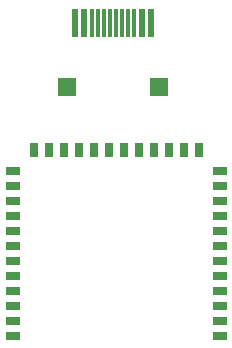
<source format=gbr>
%TF.GenerationSoftware,KiCad,Pcbnew,(5.1.2)-2*%
%TF.CreationDate,2020-02-06T17:00:50+08:00*%
%TF.ProjectId,wing-receiver-lite,77696e67-2d72-4656-9365-697665722d6c,rev?*%
%TF.SameCoordinates,Original*%
%TF.FileFunction,Paste,Bot*%
%TF.FilePolarity,Positive*%
%FSLAX46Y46*%
G04 Gerber Fmt 4.6, Leading zero omitted, Abs format (unit mm)*
G04 Created by KiCad (PCBNEW (5.1.2)-2) date 2020-02-06 17:00:50*
%MOMM*%
%LPD*%
G04 APERTURE LIST*
%ADD10R,0.600000X2.450000*%
%ADD11R,0.300000X2.450000*%
%ADD12R,1.500000X1.500000*%
%ADD13R,1.198880X0.698500*%
%ADD14R,0.698500X1.198880*%
G04 APERTURE END LIST*
D10*
X82981000Y-100270000D03*
X76531000Y-100270000D03*
X82206000Y-100270000D03*
X77306000Y-100270000D03*
D11*
X78006000Y-100270000D03*
X81506000Y-100270000D03*
X78506000Y-100270000D03*
X81006000Y-100270000D03*
X79006000Y-100270000D03*
X80506000Y-100270000D03*
X80006000Y-100270000D03*
X79506000Y-100270000D03*
D12*
X83656000Y-105664000D03*
X75856000Y-105664000D03*
D13*
X71247000Y-112776000D03*
X88773000Y-120396000D03*
X88773000Y-121666000D03*
D14*
X73025000Y-110998000D03*
D13*
X71247000Y-115316000D03*
X71247000Y-116586000D03*
X71247000Y-117856000D03*
X71247000Y-119126000D03*
X71247000Y-120396000D03*
X71247000Y-121666000D03*
X71247000Y-122936000D03*
X71247000Y-124206000D03*
X71247000Y-125476000D03*
X88773000Y-126746000D03*
X88773000Y-125476000D03*
X88773000Y-124206000D03*
X88773000Y-122936000D03*
X88773000Y-119126000D03*
X88773000Y-117856000D03*
X88773000Y-116586000D03*
X88773000Y-115316000D03*
X88773000Y-114046000D03*
X88773000Y-112776000D03*
D14*
X86995000Y-110998000D03*
X85725000Y-110998000D03*
X84455000Y-110998000D03*
X83185000Y-110998000D03*
X81915000Y-110998000D03*
X80645000Y-110998000D03*
X79375000Y-110998000D03*
X78105000Y-110998000D03*
X76835000Y-110998000D03*
X75565000Y-110998000D03*
X74295000Y-110998000D03*
D13*
X71247000Y-126746000D03*
X71247000Y-114046000D03*
M02*

</source>
